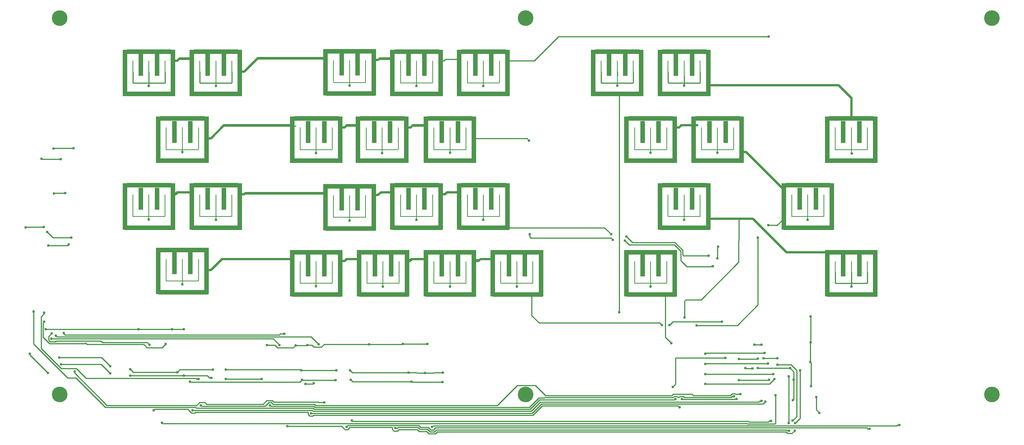
<source format=gbr>
G04 #@! TF.GenerationSoftware,KiCad,Pcbnew,5.1.5+dfsg1-2build2*
G04 #@! TF.CreationDate,2024-05-23T04:39:51+01:00*
G04 #@! TF.ProjectId,qt_touch1,71745f74-6f75-4636-9831-2e6b69636164,rev?*
G04 #@! TF.SameCoordinates,Original*
G04 #@! TF.FileFunction,Copper,L1,Top*
G04 #@! TF.FilePolarity,Positive*
%FSLAX46Y46*%
G04 Gerber Fmt 4.6, Leading zero omitted, Abs format (unit mm)*
G04 Created by KiCad (PCBNEW 5.1.5+dfsg1-2build2) date 2024-05-23 04:39:51*
%MOMM*%
%LPD*%
G04 APERTURE LIST*
%ADD10R,5.000000X1.000000*%
%ADD11R,1.000000X5.000000*%
%ADD12R,5.000000X0.250000*%
%ADD13R,0.250000X5.000000*%
%ADD14C,3.500000*%
%ADD15C,0.600000*%
%ADD16C,0.250000*%
%ADD17C,0.500000*%
G04 APERTURE END LIST*
D10*
X141600000Y-112700000D03*
X144700000Y-112700000D03*
X138500000Y-112700000D03*
D11*
X146800000Y-110700000D03*
X136000000Y-110700000D03*
X136000000Y-105200000D03*
X146800000Y-105200000D03*
X136000000Y-107700000D03*
X139600000Y-106200000D03*
X143200000Y-106200000D03*
X146800000Y-107700000D03*
D12*
X140200000Y-110200000D03*
X142600000Y-110200000D03*
D13*
X141400000Y-108600000D03*
X137800000Y-107700000D03*
X145000000Y-107700000D03*
D10*
X138900000Y-103200000D03*
X144000000Y-103200000D03*
X141400000Y-103200000D03*
D13*
X141400000Y-107700000D03*
D10*
X134100000Y-97700000D03*
X137200000Y-97700000D03*
X131000000Y-97700000D03*
D11*
X139300000Y-95700000D03*
X128500000Y-95700000D03*
X128500000Y-90200000D03*
X139300000Y-90200000D03*
X128500000Y-92700000D03*
X132100000Y-91200000D03*
X135700000Y-91200000D03*
X139300000Y-92700000D03*
D12*
X132700000Y-95200000D03*
X135100000Y-95200000D03*
D13*
X133900000Y-93600000D03*
X130300000Y-92700000D03*
X137500000Y-92700000D03*
D10*
X131400000Y-88200000D03*
X136500000Y-88200000D03*
X133900000Y-88200000D03*
D13*
X133900000Y-92700000D03*
D10*
X134100000Y-67700000D03*
X137200000Y-67700000D03*
X131000000Y-67700000D03*
D11*
X139300000Y-65700000D03*
X128500000Y-65700000D03*
X128500000Y-60200000D03*
X139300000Y-60200000D03*
X128500000Y-62700000D03*
X132100000Y-61200000D03*
X135700000Y-61200000D03*
X139300000Y-62700000D03*
D12*
X132700000Y-65200000D03*
X135100000Y-65200000D03*
D13*
X133900000Y-63600000D03*
X130300000Y-62700000D03*
X137500000Y-62700000D03*
D10*
X131400000Y-58200000D03*
X136500000Y-58200000D03*
X133900000Y-58200000D03*
D13*
X133900000Y-62700000D03*
D10*
X126600000Y-112700000D03*
X129700000Y-112700000D03*
X123500000Y-112700000D03*
D11*
X131800000Y-110700000D03*
X121000000Y-110700000D03*
X121000000Y-105200000D03*
X131800000Y-105200000D03*
X121000000Y-107700000D03*
X124600000Y-106200000D03*
X128200000Y-106200000D03*
X131800000Y-107700000D03*
D12*
X125200000Y-110200000D03*
X127600000Y-110200000D03*
D13*
X126400000Y-108600000D03*
X122800000Y-107700000D03*
X130000000Y-107700000D03*
D10*
X123900000Y-103200000D03*
X129000000Y-103200000D03*
X126400000Y-103200000D03*
D13*
X126400000Y-107700000D03*
D10*
X126600000Y-82700000D03*
X129700000Y-82700000D03*
X123500000Y-82700000D03*
D11*
X131800000Y-80700000D03*
X121000000Y-80700000D03*
X121000000Y-75200000D03*
X131800000Y-75200000D03*
X121000000Y-77700000D03*
X124600000Y-76200000D03*
X128200000Y-76200000D03*
X131800000Y-77700000D03*
D12*
X125200000Y-80200000D03*
X127600000Y-80200000D03*
D13*
X126400000Y-78600000D03*
X122800000Y-77700000D03*
X130000000Y-77700000D03*
D10*
X123900000Y-73200000D03*
X129000000Y-73200000D03*
X126400000Y-73200000D03*
D13*
X126400000Y-77700000D03*
D10*
X119100000Y-97700000D03*
X122200000Y-97700000D03*
X116000000Y-97700000D03*
D11*
X124300000Y-95700000D03*
X113500000Y-95700000D03*
X113500000Y-90200000D03*
X124300000Y-90200000D03*
X113500000Y-92700000D03*
X117100000Y-91200000D03*
X120700000Y-91200000D03*
X124300000Y-92700000D03*
D12*
X117700000Y-95200000D03*
X120100000Y-95200000D03*
D13*
X118900000Y-93600000D03*
X115300000Y-92700000D03*
X122500000Y-92700000D03*
D10*
X116400000Y-88200000D03*
X121500000Y-88200000D03*
X118900000Y-88200000D03*
D13*
X118900000Y-92700000D03*
D10*
X119100000Y-67700000D03*
X122200000Y-67700000D03*
X116000000Y-67700000D03*
D11*
X124300000Y-65700000D03*
X113500000Y-65700000D03*
X113500000Y-60200000D03*
X124300000Y-60200000D03*
X113500000Y-62700000D03*
X117100000Y-61200000D03*
X120700000Y-61200000D03*
X124300000Y-62700000D03*
D12*
X117700000Y-65200000D03*
X120100000Y-65200000D03*
D13*
X118900000Y-63600000D03*
X115300000Y-62700000D03*
X122500000Y-62700000D03*
D10*
X116400000Y-58200000D03*
X121500000Y-58200000D03*
X118900000Y-58200000D03*
D13*
X118900000Y-62700000D03*
D10*
X111600000Y-112700000D03*
X114700000Y-112700000D03*
X108500000Y-112700000D03*
D11*
X116800000Y-110700000D03*
X106000000Y-110700000D03*
X106000000Y-105200000D03*
X116800000Y-105200000D03*
X106000000Y-107700000D03*
X109600000Y-106200000D03*
X113200000Y-106200000D03*
X116800000Y-107700000D03*
D12*
X110200000Y-110200000D03*
X112600000Y-110200000D03*
D13*
X111400000Y-108600000D03*
X107800000Y-107700000D03*
X115000000Y-107700000D03*
D10*
X108900000Y-103200000D03*
X114000000Y-103200000D03*
X111400000Y-103200000D03*
D13*
X111400000Y-107700000D03*
D10*
X206850000Y-97700000D03*
X209950000Y-97700000D03*
X203750000Y-97700000D03*
D11*
X212050000Y-95700000D03*
X201250000Y-95700000D03*
X201250000Y-90200000D03*
X212050000Y-90200000D03*
X201250000Y-92700000D03*
X204850000Y-91200000D03*
X208450000Y-91200000D03*
X212050000Y-92700000D03*
D12*
X205450000Y-95200000D03*
X207850000Y-95200000D03*
D13*
X206650000Y-93600000D03*
X203050000Y-92700000D03*
X210250000Y-92700000D03*
D10*
X204150000Y-88200000D03*
X209250000Y-88200000D03*
X206650000Y-88200000D03*
D13*
X206650000Y-92700000D03*
D10*
X111400000Y-82700000D03*
X114500000Y-82700000D03*
X108300000Y-82700000D03*
D11*
X116600000Y-80700000D03*
X105800000Y-80700000D03*
X105800000Y-75200000D03*
X116600000Y-75200000D03*
X105800000Y-77700000D03*
X109400000Y-76200000D03*
X113000000Y-76200000D03*
X116600000Y-77700000D03*
D12*
X110000000Y-80200000D03*
X112400000Y-80200000D03*
D13*
X111200000Y-78600000D03*
X107600000Y-77700000D03*
X114800000Y-77700000D03*
D10*
X108700000Y-73200000D03*
X113800000Y-73200000D03*
X111200000Y-73200000D03*
D13*
X111200000Y-77700000D03*
D10*
X104100000Y-97900000D03*
X107200000Y-97900000D03*
X101000000Y-97900000D03*
D11*
X109300000Y-95900000D03*
X98500000Y-95900000D03*
X98500000Y-90400000D03*
X109300000Y-90400000D03*
X98500000Y-92900000D03*
X102100000Y-91400000D03*
X105700000Y-91400000D03*
X109300000Y-92900000D03*
D12*
X102700000Y-95400000D03*
X105100000Y-95400000D03*
D13*
X103900000Y-93800000D03*
X100300000Y-92900000D03*
X107500000Y-92900000D03*
D10*
X101400000Y-88400000D03*
X106500000Y-88400000D03*
X103900000Y-88400000D03*
D13*
X103900000Y-92900000D03*
D10*
X216600000Y-82700000D03*
X219700000Y-82700000D03*
X213500000Y-82700000D03*
D11*
X221800000Y-80700000D03*
X211000000Y-80700000D03*
X211000000Y-75200000D03*
X221800000Y-75200000D03*
X211000000Y-77700000D03*
X214600000Y-76200000D03*
X218200000Y-76200000D03*
X221800000Y-77700000D03*
D12*
X215200000Y-80200000D03*
X217600000Y-80200000D03*
D13*
X216400000Y-78600000D03*
X212800000Y-77700000D03*
X220000000Y-77700000D03*
D10*
X213900000Y-73200000D03*
X219000000Y-73200000D03*
X216400000Y-73200000D03*
D13*
X216400000Y-77700000D03*
D10*
X104100000Y-67600000D03*
X107200000Y-67600000D03*
X101000000Y-67600000D03*
D11*
X109300000Y-65600000D03*
X98500000Y-65600000D03*
X98500000Y-60100000D03*
X109300000Y-60100000D03*
X98500000Y-62600000D03*
X102100000Y-61100000D03*
X105700000Y-61100000D03*
X109300000Y-62600000D03*
D12*
X102700000Y-65100000D03*
X105100000Y-65100000D03*
D13*
X103900000Y-63500000D03*
X100300000Y-62600000D03*
X107500000Y-62600000D03*
D10*
X101400000Y-58100000D03*
X106500000Y-58100000D03*
X103900000Y-58100000D03*
D13*
X103900000Y-62600000D03*
D10*
X216600000Y-112700000D03*
X219700000Y-112700000D03*
X213500000Y-112700000D03*
D11*
X221800000Y-110700000D03*
X211000000Y-110700000D03*
X211000000Y-105200000D03*
X221800000Y-105200000D03*
X211000000Y-107700000D03*
X214600000Y-106200000D03*
X218200000Y-106200000D03*
X221800000Y-107700000D03*
D12*
X215200000Y-110200000D03*
X217600000Y-110200000D03*
D13*
X216400000Y-108600000D03*
X212800000Y-107700000D03*
X220000000Y-107700000D03*
D10*
X213900000Y-103200000D03*
X219000000Y-103200000D03*
X216400000Y-103200000D03*
D13*
X216400000Y-107700000D03*
D10*
X96600000Y-82700000D03*
X99700000Y-82700000D03*
X93500000Y-82700000D03*
D11*
X101800000Y-80700000D03*
X91000000Y-80700000D03*
X91000000Y-75200000D03*
X101800000Y-75200000D03*
X91000000Y-77700000D03*
X94600000Y-76200000D03*
X98200000Y-76200000D03*
X101800000Y-77700000D03*
D12*
X95200000Y-80200000D03*
X97600000Y-80200000D03*
D13*
X96400000Y-78600000D03*
X92800000Y-77700000D03*
X100000000Y-77700000D03*
D10*
X93900000Y-73200000D03*
X99000000Y-73200000D03*
X96400000Y-73200000D03*
D13*
X96400000Y-77700000D03*
D10*
X96600000Y-112700000D03*
X99700000Y-112700000D03*
X93500000Y-112700000D03*
D11*
X101800000Y-110700000D03*
X91000000Y-110700000D03*
X91000000Y-105200000D03*
X101800000Y-105200000D03*
X91000000Y-107700000D03*
X94600000Y-106200000D03*
X98200000Y-106200000D03*
X101800000Y-107700000D03*
D12*
X95200000Y-110200000D03*
X97600000Y-110200000D03*
D13*
X96400000Y-108600000D03*
X92800000Y-107700000D03*
X100000000Y-107700000D03*
D10*
X93900000Y-103200000D03*
X99000000Y-103200000D03*
X96400000Y-103200000D03*
D13*
X96400000Y-107700000D03*
D10*
X186600000Y-82700000D03*
X189700000Y-82700000D03*
X183500000Y-82700000D03*
D11*
X191800000Y-80700000D03*
X181000000Y-80700000D03*
X181000000Y-75200000D03*
X191800000Y-75200000D03*
X181000000Y-77700000D03*
X184600000Y-76200000D03*
X188200000Y-76200000D03*
X191800000Y-77700000D03*
D12*
X185200000Y-80200000D03*
X187600000Y-80200000D03*
D13*
X186400000Y-78600000D03*
X182800000Y-77700000D03*
X190000000Y-77700000D03*
D10*
X183900000Y-73200000D03*
X189000000Y-73200000D03*
X186400000Y-73200000D03*
D13*
X186400000Y-77700000D03*
D10*
X74100000Y-97700000D03*
X77200000Y-97700000D03*
X71000000Y-97700000D03*
D11*
X79300000Y-95700000D03*
X68500000Y-95700000D03*
X68500000Y-90200000D03*
X79300000Y-90200000D03*
X68500000Y-92700000D03*
X72100000Y-91200000D03*
X75700000Y-91200000D03*
X79300000Y-92700000D03*
D12*
X72700000Y-95200000D03*
X75100000Y-95200000D03*
D13*
X73900000Y-93600000D03*
X70300000Y-92700000D03*
X77500000Y-92700000D03*
D10*
X71400000Y-88200000D03*
X76500000Y-88200000D03*
X73900000Y-88200000D03*
D13*
X73900000Y-92700000D03*
D10*
X74100000Y-67700000D03*
X77200000Y-67700000D03*
X71000000Y-67700000D03*
D11*
X79300000Y-65700000D03*
X68500000Y-65700000D03*
X68500000Y-60200000D03*
X79300000Y-60200000D03*
X68500000Y-62700000D03*
X72100000Y-61200000D03*
X75700000Y-61200000D03*
X79300000Y-62700000D03*
D12*
X72700000Y-65200000D03*
X75100000Y-65200000D03*
D13*
X73900000Y-63600000D03*
X70300000Y-62700000D03*
X77500000Y-62700000D03*
D10*
X71400000Y-58200000D03*
X76500000Y-58200000D03*
X73900000Y-58200000D03*
D13*
X73900000Y-62700000D03*
D10*
X179100000Y-97700000D03*
X182200000Y-97700000D03*
X176000000Y-97700000D03*
D11*
X184300000Y-95700000D03*
X173500000Y-95700000D03*
X173500000Y-90200000D03*
X184300000Y-90200000D03*
X173500000Y-92700000D03*
X177100000Y-91200000D03*
X180700000Y-91200000D03*
X184300000Y-92700000D03*
D12*
X177700000Y-95200000D03*
X180100000Y-95200000D03*
D13*
X178900000Y-93600000D03*
X175300000Y-92700000D03*
X182500000Y-92700000D03*
D10*
X176400000Y-88200000D03*
X181500000Y-88200000D03*
X178900000Y-88200000D03*
D13*
X178900000Y-92700000D03*
D10*
X179100000Y-67700000D03*
X182200000Y-67700000D03*
X176000000Y-67700000D03*
D11*
X184300000Y-65700000D03*
X173500000Y-65700000D03*
X173500000Y-60200000D03*
X184300000Y-60200000D03*
X173500000Y-62700000D03*
X177100000Y-61200000D03*
X180700000Y-61200000D03*
X184300000Y-62700000D03*
D12*
X177700000Y-65200000D03*
X180100000Y-65200000D03*
D13*
X178900000Y-63600000D03*
X175300000Y-62700000D03*
X182500000Y-62700000D03*
D10*
X176400000Y-58200000D03*
X181500000Y-58200000D03*
X178900000Y-58200000D03*
D13*
X178900000Y-62700000D03*
D10*
X66600000Y-112200000D03*
X69700000Y-112200000D03*
X63500000Y-112200000D03*
D11*
X71800000Y-110200000D03*
X61000000Y-110200000D03*
X61000000Y-104700000D03*
X71800000Y-104700000D03*
X61000000Y-107200000D03*
X64600000Y-105700000D03*
X68200000Y-105700000D03*
X71800000Y-107200000D03*
D12*
X65200000Y-109700000D03*
X67600000Y-109700000D03*
D13*
X66400000Y-108100000D03*
X62800000Y-107200000D03*
X70000000Y-107200000D03*
D10*
X63900000Y-102700000D03*
X69000000Y-102700000D03*
X66400000Y-102700000D03*
D13*
X66400000Y-107200000D03*
D10*
X66600000Y-82700000D03*
X69700000Y-82700000D03*
X63500000Y-82700000D03*
D11*
X71800000Y-80700000D03*
X61000000Y-80700000D03*
X61000000Y-75200000D03*
X71800000Y-75200000D03*
X61000000Y-77700000D03*
X64600000Y-76200000D03*
X68200000Y-76200000D03*
X71800000Y-77700000D03*
D12*
X65200000Y-80200000D03*
X67600000Y-80200000D03*
D13*
X66400000Y-78600000D03*
X62800000Y-77700000D03*
X70000000Y-77700000D03*
D10*
X63900000Y-73200000D03*
X69000000Y-73200000D03*
X66400000Y-73200000D03*
D13*
X66400000Y-77700000D03*
D10*
X171600000Y-112700000D03*
X174700000Y-112700000D03*
X168500000Y-112700000D03*
D11*
X176800000Y-110700000D03*
X166000000Y-110700000D03*
X166000000Y-105200000D03*
X176800000Y-105200000D03*
X166000000Y-107700000D03*
X169600000Y-106200000D03*
X173200000Y-106200000D03*
X176800000Y-107700000D03*
D12*
X170200000Y-110200000D03*
X172600000Y-110200000D03*
D13*
X171400000Y-108600000D03*
X167800000Y-107700000D03*
X175000000Y-107700000D03*
D10*
X168900000Y-103200000D03*
X174000000Y-103200000D03*
X171400000Y-103200000D03*
D13*
X171400000Y-107700000D03*
D10*
X171600000Y-82700000D03*
X174700000Y-82700000D03*
X168500000Y-82700000D03*
D11*
X176800000Y-80700000D03*
X166000000Y-80700000D03*
X166000000Y-75200000D03*
X176800000Y-75200000D03*
X166000000Y-77700000D03*
X169600000Y-76200000D03*
X173200000Y-76200000D03*
X176800000Y-77700000D03*
D12*
X170200000Y-80200000D03*
X172600000Y-80200000D03*
D13*
X171400000Y-78600000D03*
X167800000Y-77700000D03*
X175000000Y-77700000D03*
D10*
X168900000Y-73200000D03*
X174000000Y-73200000D03*
X171400000Y-73200000D03*
D13*
X171400000Y-77700000D03*
D10*
X59100000Y-97700000D03*
X62200000Y-97700000D03*
X56000000Y-97700000D03*
D11*
X64300000Y-95700000D03*
X53500000Y-95700000D03*
X53500000Y-90200000D03*
X64300000Y-90200000D03*
X53500000Y-92700000D03*
X57100000Y-91200000D03*
X60700000Y-91200000D03*
X64300000Y-92700000D03*
D12*
X57700000Y-95200000D03*
X60100000Y-95200000D03*
D13*
X58900000Y-93600000D03*
X55300000Y-92700000D03*
X62500000Y-92700000D03*
D10*
X56400000Y-88200000D03*
X61500000Y-88200000D03*
X58900000Y-88200000D03*
D13*
X58900000Y-92700000D03*
D10*
X59100000Y-67700000D03*
X62200000Y-67700000D03*
X56000000Y-67700000D03*
D11*
X64300000Y-65700000D03*
X53500000Y-65700000D03*
X53500000Y-60200000D03*
X64300000Y-60200000D03*
X53500000Y-62700000D03*
X57100000Y-61200000D03*
X60700000Y-61200000D03*
X64300000Y-62700000D03*
D12*
X57700000Y-65200000D03*
X60100000Y-65200000D03*
D13*
X58900000Y-63600000D03*
X55300000Y-62700000D03*
X62500000Y-62700000D03*
D10*
X56400000Y-58200000D03*
X61500000Y-58200000D03*
X58900000Y-58200000D03*
D13*
X58900000Y-62700000D03*
D10*
X164100000Y-67700000D03*
X167200000Y-67700000D03*
X161000000Y-67700000D03*
D11*
X169300000Y-65700000D03*
X158500000Y-65700000D03*
X158500000Y-60200000D03*
X169300000Y-60200000D03*
X158500000Y-62700000D03*
X162100000Y-61200000D03*
X165700000Y-61200000D03*
X169300000Y-62700000D03*
D12*
X162700000Y-65200000D03*
X165100000Y-65200000D03*
D13*
X163900000Y-63600000D03*
X160300000Y-62700000D03*
X167500000Y-62700000D03*
D10*
X161400000Y-58200000D03*
X166500000Y-58200000D03*
X163900000Y-58200000D03*
D13*
X163900000Y-62700000D03*
D14*
X247900000Y-135200000D03*
X247900000Y-50700000D03*
X143400000Y-50700000D03*
X143400000Y-135200000D03*
X38900000Y-50700000D03*
X38900000Y-135200000D03*
D15*
X195425000Y-129275000D03*
X191200000Y-127200000D03*
X202675000Y-129225000D03*
X195425000Y-127125000D03*
X194275000Y-129350000D03*
X192600000Y-129275000D03*
X203500000Y-131900000D03*
X203325000Y-136425000D03*
X104025000Y-129700000D03*
X104200000Y-131875000D03*
X117787500Y-132287500D03*
X207350000Y-133325000D03*
X207175000Y-127850000D03*
X207275000Y-123475000D03*
X207325000Y-117675000D03*
X191200000Y-131950000D03*
X197950000Y-131825000D03*
X196975000Y-125875000D03*
X183662500Y-126000000D03*
X197725000Y-128200000D03*
X183662500Y-128300000D03*
X198925000Y-130550000D03*
X183662500Y-130600000D03*
X199175000Y-131675000D03*
X183662500Y-132800000D03*
X227150000Y-142025000D03*
X122400000Y-142475000D03*
X117087500Y-130212500D03*
X124800000Y-130225000D03*
X100925000Y-129775000D03*
X93075000Y-129725000D03*
X76125000Y-129575000D03*
X65325000Y-130125000D03*
X73225000Y-129600000D03*
X54700000Y-129450000D03*
X50200000Y-128800000D03*
X38825000Y-126900000D03*
X41500000Y-99975000D03*
X36075000Y-98700000D03*
X120825000Y-130300000D03*
X124750000Y-132350000D03*
X100775000Y-131975000D03*
X93200000Y-131825000D03*
X68075000Y-132275000D03*
X56600000Y-120525000D03*
X35791942Y-120508058D03*
X35300000Y-97575000D03*
X31275000Y-97650000D03*
X64150000Y-120525000D03*
X66775000Y-120525000D03*
X121325000Y-123850000D03*
X115825000Y-123850000D03*
X108325000Y-123925000D03*
X76150000Y-131700000D03*
X84200000Y-131650000D03*
X93975000Y-132800000D03*
X95825000Y-132650000D03*
X94425000Y-124050000D03*
X91775000Y-124150000D03*
X85325000Y-124050000D03*
X54700000Y-130925000D03*
X66725000Y-130925000D03*
X72950000Y-131475000D03*
X50200000Y-130425000D03*
X39210147Y-128414853D03*
X36275000Y-130350000D03*
X32200000Y-126050000D03*
X204900000Y-129725000D03*
X203800000Y-141575000D03*
X203700000Y-143275010D03*
X89925000Y-142275001D03*
X220500000Y-142825000D03*
X103200000Y-142425000D03*
X190074336Y-135600400D03*
X86050000Y-137599990D03*
X190675000Y-136199991D03*
X178375000Y-136199991D03*
X177900000Y-138050000D03*
X59925000Y-138674999D03*
X196317213Y-136637366D03*
X68700000Y-138675000D03*
X197108058Y-136758058D03*
X95275000Y-139400000D03*
X199400000Y-135350000D03*
X61850000Y-141475000D03*
X96950000Y-123900000D03*
X38050000Y-121950000D03*
X39150000Y-82325000D03*
X34850000Y-82250000D03*
X59025000Y-124025000D03*
X37075000Y-121425000D03*
X89250000Y-121550000D03*
X39825000Y-121400000D03*
X40175000Y-89925000D03*
X37650000Y-90000000D03*
X88175000Y-124050000D03*
X37050000Y-122650000D03*
X186400000Y-104625000D03*
X186575000Y-102000000D03*
X197850000Y-54800000D03*
X164325000Y-116675000D03*
X185350000Y-106400000D03*
X165650000Y-100625000D03*
X162950000Y-100450000D03*
X144300000Y-99200000D03*
X144150000Y-78175000D03*
X184450000Y-104025000D03*
X165950000Y-99725000D03*
X162600000Y-99200000D03*
X178975000Y-117875000D03*
X187400000Y-118850000D03*
X175650000Y-119550000D03*
X173950000Y-119600000D03*
X176025000Y-123650000D03*
X66400000Y-110450000D03*
X73900000Y-95925000D03*
X58900000Y-95900000D03*
X66400000Y-80750000D03*
X58900000Y-65900000D03*
X73900000Y-65925000D03*
X178900000Y-65850000D03*
X163900000Y-65850000D03*
X96400000Y-110900000D03*
X111375000Y-110925000D03*
X103900000Y-96125000D03*
X118900000Y-95925000D03*
X96400000Y-80950000D03*
X111200000Y-80950000D03*
X103900000Y-65850000D03*
X118900000Y-65900000D03*
X141400000Y-110950000D03*
X126400000Y-110950000D03*
X133900000Y-95950000D03*
X126400000Y-80900000D03*
X133900000Y-65925000D03*
X171400000Y-80875000D03*
X178900000Y-95950000D03*
X171400000Y-110950000D03*
X186400000Y-80925000D03*
X216400000Y-110975000D03*
X216475000Y-81025000D03*
X206650000Y-95975000D03*
X62650000Y-123850000D03*
X35375000Y-118825000D03*
X195475000Y-99925000D03*
X197825000Y-97175000D03*
X181725000Y-119625000D03*
X188164898Y-126935102D03*
X194650000Y-123975000D03*
X196250000Y-124025000D03*
X196725000Y-127050000D03*
X199850000Y-127050000D03*
X33050000Y-116575000D03*
X176350000Y-133425000D03*
X176964898Y-136185102D03*
X208525000Y-135725000D03*
X209275000Y-139300000D03*
X70025000Y-131700001D03*
X35450000Y-116825000D03*
X36375000Y-101725000D03*
X40875000Y-101475000D03*
X98250000Y-136900000D03*
X42275000Y-129975000D03*
X42050000Y-79850000D03*
X37525000Y-79925000D03*
X202400000Y-131100000D03*
X202400000Y-141575000D03*
X202450000Y-143275010D03*
X114150000Y-142725011D03*
X199850000Y-128475000D03*
X203209210Y-141035583D03*
X198400000Y-141124990D03*
X104425000Y-141025001D03*
X191550000Y-135100000D03*
X70525000Y-137599990D03*
D16*
X195475000Y-129225000D02*
X195425000Y-129275000D01*
X202675000Y-129225000D02*
X195475000Y-129225000D01*
X195350000Y-127200000D02*
X195425000Y-127125000D01*
X191200000Y-127200000D02*
X195350000Y-127200000D01*
X192675000Y-129350000D02*
X192600000Y-129275000D01*
X194275000Y-129350000D02*
X192675000Y-129350000D01*
X203500000Y-130050000D02*
X203500000Y-131900000D01*
X202675000Y-129225000D02*
X203500000Y-130050000D01*
X203500000Y-136250000D02*
X203325000Y-136425000D01*
X203500000Y-131900000D02*
X203500000Y-136250000D01*
X104537500Y-130212500D02*
X117087500Y-130212500D01*
X104025000Y-129700000D02*
X104537500Y-130212500D01*
X104612500Y-132287500D02*
X117787500Y-132287500D01*
X104200000Y-131875000D02*
X104612500Y-132287500D01*
X207350000Y-128025000D02*
X207175000Y-127850000D01*
X207350000Y-133325000D02*
X207350000Y-128025000D01*
X207175000Y-123575000D02*
X207275000Y-123475000D01*
X207175000Y-127850000D02*
X207175000Y-123575000D01*
X207325000Y-123425000D02*
X207275000Y-123475000D01*
X207325000Y-117675000D02*
X207325000Y-123425000D01*
X197825000Y-131950000D02*
X197950000Y-131825000D01*
X191200000Y-131950000D02*
X197825000Y-131950000D01*
X183787500Y-125875000D02*
X183662500Y-126000000D01*
X196975000Y-125875000D02*
X183787500Y-125875000D01*
X183762500Y-128200000D02*
X183662500Y-128300000D01*
X197725000Y-128200000D02*
X183762500Y-128200000D01*
X183712500Y-130550000D02*
X183662500Y-130600000D01*
X198925000Y-130550000D02*
X183712500Y-130550000D01*
X198050000Y-132800000D02*
X183662500Y-132800000D01*
X199175000Y-131675000D02*
X198050000Y-132800000D01*
X226725736Y-142025000D02*
X226550736Y-142200000D01*
X227150000Y-142025000D02*
X226725736Y-142025000D01*
X122675000Y-142200000D02*
X122400000Y-142475000D01*
X226550736Y-142200000D02*
X122675000Y-142200000D01*
X124787500Y-130212500D02*
X124800000Y-130225000D01*
X93125000Y-129775000D02*
X93075000Y-129725000D01*
X100925000Y-129775000D02*
X93125000Y-129775000D01*
X92925000Y-129575000D02*
X93075000Y-129725000D01*
X76125000Y-129575000D02*
X92925000Y-129575000D01*
X65850000Y-129600000D02*
X73225000Y-129600000D01*
X65325000Y-130125000D02*
X65850000Y-129600000D01*
X55375000Y-130125000D02*
X65325000Y-130125000D01*
X54700000Y-129450000D02*
X55375000Y-130125000D01*
X48300000Y-126900000D02*
X38825000Y-126900000D01*
X50200000Y-128800000D02*
X48300000Y-126900000D01*
X37350000Y-99975000D02*
X36075000Y-98700000D01*
X41500000Y-99975000D02*
X37350000Y-99975000D01*
X120825000Y-130300000D02*
X124787500Y-130212500D01*
X117087500Y-130212500D02*
X120825000Y-130300000D01*
X117850000Y-132350000D02*
X117787500Y-132287500D01*
X124750000Y-132350000D02*
X117850000Y-132350000D01*
X93350000Y-131975000D02*
X93200000Y-131825000D01*
X100775000Y-131975000D02*
X93350000Y-131975000D01*
X68125001Y-132325001D02*
X68075000Y-132275000D01*
X92699999Y-132325001D02*
X68125001Y-132325001D01*
X93200000Y-131825000D02*
X92699999Y-132325001D01*
X56600000Y-120525000D02*
X40425000Y-120525000D01*
X40408058Y-120508058D02*
X35791942Y-120508058D01*
X40425000Y-120525000D02*
X40408058Y-120508058D01*
X31350000Y-97575000D02*
X31275000Y-97650000D01*
X35300000Y-97575000D02*
X31350000Y-97575000D01*
X56600000Y-120525000D02*
X64150000Y-120525000D01*
X66775000Y-120525000D02*
X64150000Y-120525000D01*
X121325000Y-123850000D02*
X115825000Y-123850000D01*
X115750000Y-123925000D02*
X115825000Y-123850000D01*
X108325000Y-123925000D02*
X115750000Y-123925000D01*
X84150000Y-131700000D02*
X84200000Y-131650000D01*
X76150000Y-131700000D02*
X84150000Y-131700000D01*
X95675000Y-132800000D02*
X95825000Y-132650000D01*
X93975000Y-132800000D02*
X95675000Y-132800000D01*
X108325000Y-123925000D02*
X98200000Y-123925000D01*
X97599999Y-124525001D02*
X95875001Y-124525001D01*
X98200000Y-123925000D02*
X97599999Y-124525001D01*
X95400000Y-124050000D02*
X94425000Y-124050000D01*
X95875001Y-124525001D02*
X95400000Y-124050000D01*
X94325000Y-124150000D02*
X94425000Y-124050000D01*
X91775000Y-124150000D02*
X94325000Y-124150000D01*
X91249999Y-124675001D02*
X87775001Y-124675001D01*
X91775000Y-124150000D02*
X91249999Y-124675001D01*
X87150000Y-124050000D02*
X85325000Y-124050000D01*
X87775001Y-124675001D02*
X87150000Y-124050000D01*
X54700000Y-130925000D02*
X66725000Y-130925000D01*
X67149264Y-130925000D02*
X66725000Y-130925000D01*
X72525736Y-131475000D02*
X71975736Y-130925000D01*
X71975736Y-130925000D02*
X67149264Y-130925000D01*
X72950000Y-131475000D02*
X72525736Y-131475000D01*
X48189853Y-128414853D02*
X39210147Y-128414853D01*
X50200000Y-130425000D02*
X48189853Y-128414853D01*
X32200000Y-126275000D02*
X32200000Y-126050000D01*
X36275000Y-130350000D02*
X32200000Y-126275000D01*
X181500000Y-58200000D02*
X178900000Y-58200000D01*
X176400000Y-58200000D02*
X181500000Y-58200000D01*
X176850000Y-58200000D02*
X176400000Y-58200000D01*
X177100000Y-58450000D02*
X176850000Y-58200000D01*
X177100000Y-61200000D02*
X177100000Y-58450000D01*
X180950000Y-58200000D02*
X181500000Y-58200000D01*
X180700000Y-58450000D02*
X180950000Y-58200000D01*
X180700000Y-61200000D02*
X180700000Y-58450000D01*
X184250000Y-58200000D02*
X181500000Y-58200000D01*
X184300000Y-58250000D02*
X184250000Y-58200000D01*
X184300000Y-60200000D02*
X184300000Y-58250000D01*
X173500000Y-58350000D02*
X173500000Y-59874999D01*
X173650000Y-58200000D02*
X173500000Y-58350000D01*
X176400000Y-58200000D02*
X173650000Y-58200000D01*
X173500000Y-65700000D02*
X173500000Y-67850000D01*
X173650000Y-67700000D02*
X176000000Y-67700000D01*
X173500000Y-67850000D02*
X173650000Y-67700000D01*
X176000000Y-67700000D02*
X182200000Y-67700000D01*
X182200000Y-67700000D02*
X183275000Y-67700000D01*
X184300000Y-65700000D02*
X184300000Y-67150000D01*
X183750000Y-67700000D02*
X182200000Y-67700000D01*
X184300000Y-67150000D02*
X183750000Y-67700000D01*
D17*
X213575000Y-65700000D02*
X216450000Y-68575000D01*
X184300000Y-65700000D02*
X213575000Y-65700000D01*
D16*
X216450000Y-68575000D02*
X216400000Y-68500000D01*
D17*
X216400000Y-73200000D02*
X213900000Y-73200000D01*
X216400000Y-68500000D02*
X216400000Y-73200000D01*
D16*
X204900000Y-129725000D02*
X204900000Y-136525000D01*
X204900000Y-140475000D02*
X203800000Y-141575000D01*
X204900000Y-136525000D02*
X204900000Y-140475000D01*
X203074999Y-143900011D02*
X202149999Y-143900011D01*
X203700000Y-143275010D02*
X203074999Y-143900011D01*
X201839335Y-143725019D02*
X201664346Y-143550030D01*
X201975008Y-143725020D02*
X201839335Y-143725019D01*
X202149999Y-143900011D02*
X201975008Y-143725020D01*
X201664346Y-143550030D02*
X170499970Y-143550030D01*
X123097818Y-144000020D02*
X121727197Y-144000019D01*
X123547810Y-143550030D02*
X123097818Y-144000020D01*
X170499970Y-143550030D02*
X123547810Y-143550030D01*
X121727197Y-144000019D02*
X121152199Y-143425021D01*
X121152199Y-143425021D02*
X119477200Y-143425020D01*
X119477200Y-143425020D02*
X119052211Y-143000031D01*
X119052211Y-143000031D02*
X114911379Y-143000031D01*
X113849999Y-143350012D02*
X113450000Y-142950013D01*
X114561398Y-143350012D02*
X113849999Y-143350012D01*
X114911379Y-143000031D02*
X114561398Y-143350012D01*
X113450000Y-142650000D02*
X113350021Y-142550021D01*
X113450000Y-142950013D02*
X113450000Y-142650000D01*
X113350021Y-142550021D02*
X103825001Y-142550021D01*
X102899999Y-143050001D02*
X102425000Y-142575002D01*
X103500001Y-143050001D02*
X102899999Y-143050001D01*
X103825001Y-142725001D02*
X103500001Y-143050001D01*
X103825001Y-142550021D02*
X103825001Y-142725001D01*
X102124999Y-142275001D02*
X89925000Y-142275001D01*
X102425000Y-142575002D02*
X102124999Y-142275001D01*
X220075736Y-142825000D02*
X219900746Y-142650010D01*
X220500000Y-142825000D02*
X220075736Y-142825000D01*
X219900746Y-142650010D02*
X210774990Y-142650010D01*
X210774990Y-142650010D02*
X123175010Y-142650010D01*
X122099999Y-143100001D02*
X121525000Y-142525002D01*
X122725019Y-143100001D02*
X122099999Y-143100001D01*
X123175010Y-142650010D02*
X122725019Y-143100001D01*
X119850002Y-142525002D02*
X119425011Y-142100011D01*
X121525000Y-142525002D02*
X119850002Y-142525002D01*
X103524989Y-142100011D02*
X103200000Y-142425000D01*
X119425011Y-142100011D02*
X103524989Y-142100011D01*
X189650072Y-135600400D02*
X189425482Y-135824990D01*
X190074336Y-135600400D02*
X189650072Y-135600400D01*
X178675001Y-135574990D02*
X177950010Y-135574990D01*
X178925001Y-135824990D02*
X178675001Y-135574990D01*
X189425482Y-135824990D02*
X178925001Y-135824990D01*
X176689899Y-135560101D02*
X176375010Y-135874990D01*
X177264899Y-135560101D02*
X176689899Y-135560101D01*
X177479798Y-135775000D02*
X177264899Y-135560101D01*
X177750000Y-135775000D02*
X177479798Y-135775000D01*
X177950010Y-135574990D02*
X177750000Y-135775000D01*
X176375010Y-135874990D02*
X172550000Y-135874990D01*
X147588617Y-135924973D02*
X146327207Y-135924973D01*
X147638599Y-135874991D02*
X147588617Y-135924973D01*
X172550000Y-135874990D02*
X147638599Y-135874991D01*
X146327207Y-135924973D02*
X144227210Y-138024970D01*
X144227210Y-138024970D02*
X105425000Y-138024970D01*
X96097810Y-138024970D02*
X95847820Y-137774980D01*
X105425000Y-138024970D02*
X96097810Y-138024970D01*
X86224990Y-137774980D02*
X86050000Y-137599990D01*
X95847820Y-137774980D02*
X86224990Y-137774980D01*
X190250736Y-136199991D02*
X190175727Y-136275000D01*
X190675000Y-136199991D02*
X190250736Y-136199991D01*
X178450009Y-136275000D02*
X178375000Y-136199991D01*
X190175727Y-136275000D02*
X178450009Y-136275000D01*
X177900000Y-138050000D02*
X177575011Y-137725011D01*
X177575011Y-137725011D02*
X151775000Y-137725011D01*
X151775000Y-137725011D02*
X147086399Y-137725011D01*
X147086399Y-137725011D02*
X144986400Y-139825010D01*
X144986400Y-139825010D02*
X99900000Y-139825010D01*
X99900000Y-139825010D02*
X95775000Y-139825010D01*
X94974999Y-140025001D02*
X94625000Y-139675002D01*
X95575009Y-140025001D02*
X94974999Y-140025001D01*
X95775000Y-139825010D02*
X95575009Y-140025001D01*
X94625000Y-139175000D02*
X94575010Y-139125010D01*
X94625000Y-139675002D02*
X94625000Y-139175000D01*
X94575010Y-139125010D02*
X81725000Y-139125010D01*
X81725000Y-139125010D02*
X69350000Y-139125010D01*
X68399999Y-139300001D02*
X67850000Y-138750002D01*
X69175009Y-139300001D02*
X68399999Y-139300001D01*
X69350000Y-139125010D02*
X69175009Y-139300001D01*
X67850000Y-138650000D02*
X67700009Y-138500009D01*
X67850000Y-138750002D02*
X67850000Y-138650000D01*
X60099990Y-138500009D02*
X59925000Y-138674999D01*
X67700009Y-138500009D02*
X60099990Y-138500009D01*
X195892949Y-136637366D02*
X195705324Y-136824991D01*
X196317213Y-136637366D02*
X195892949Y-136637366D01*
X146700009Y-136824991D02*
X144600010Y-138924990D01*
X195705324Y-136824991D02*
X146700009Y-136824991D01*
X144600010Y-138924990D02*
X107649990Y-138924990D01*
X107649990Y-138924990D02*
X95725010Y-138924990D01*
X95475020Y-138675000D02*
X68700000Y-138675000D01*
X95725010Y-138924990D02*
X95475020Y-138675000D01*
X196591115Y-137275001D02*
X146899999Y-137275001D01*
X197108058Y-136758058D02*
X196591115Y-137275001D01*
X146899999Y-137275001D02*
X144800000Y-139375000D01*
X95300000Y-139375000D02*
X95275000Y-139400000D01*
X144800000Y-139375000D02*
X95300000Y-139375000D01*
X62025001Y-141650001D02*
X61850000Y-141475000D01*
X193099999Y-141650001D02*
X62025001Y-141650001D01*
X199400000Y-135350000D02*
X199400000Y-141600000D01*
X199400000Y-141600000D02*
X199250010Y-141749990D01*
X199250010Y-141749990D02*
X193025000Y-141749990D01*
X96950000Y-123900000D02*
X95249990Y-122199990D01*
X95249990Y-122199990D02*
X86961400Y-122199990D01*
X86961400Y-122199990D02*
X38299990Y-122199990D01*
X38299990Y-122199990D02*
X38050000Y-121950000D01*
X34925000Y-82325000D02*
X34850000Y-82250000D01*
X39150000Y-82325000D02*
X34925000Y-82325000D01*
X59025000Y-124025000D02*
X58450000Y-123450000D01*
X48425000Y-123450000D02*
X48075010Y-123100010D01*
X58450000Y-123450000D02*
X48425000Y-123450000D01*
X48075010Y-123100010D02*
X38075000Y-123100010D01*
X36424999Y-122075001D02*
X37075000Y-121425000D01*
X36424999Y-122950001D02*
X36424999Y-122075001D01*
X36749999Y-123275001D02*
X36424999Y-122950001D01*
X37900009Y-123275001D02*
X36749999Y-123275001D01*
X38075000Y-123100010D02*
X37900009Y-123275001D01*
X89250000Y-121550000D02*
X88324980Y-121550000D01*
X88324980Y-121550000D02*
X88125000Y-121749980D01*
X88125000Y-121749980D02*
X40049980Y-121749980D01*
X39825000Y-121525000D02*
X39825000Y-121400000D01*
X40049980Y-121749980D02*
X39825000Y-121525000D01*
X37725000Y-89925000D02*
X37650000Y-90000000D01*
X40175000Y-89925000D02*
X37725000Y-89925000D01*
X86775000Y-122650000D02*
X37050000Y-122650000D01*
X88175000Y-124050000D02*
X86775000Y-122650000D01*
X110050000Y-60100000D02*
X110275001Y-59874999D01*
X110275001Y-59874999D02*
X113500000Y-59874999D01*
X109300000Y-60100000D02*
X110050000Y-60100000D01*
X125050000Y-60200000D02*
X125375001Y-59874999D01*
X125375001Y-59874999D02*
X128500000Y-59874999D01*
X124300000Y-60200000D02*
X125050000Y-60200000D01*
X82975001Y-59774999D02*
X98500000Y-59774999D01*
X80050000Y-62700000D02*
X82975001Y-59774999D01*
X79300000Y-62700000D02*
X80050000Y-62700000D01*
X65375001Y-59874999D02*
X68500000Y-59874999D01*
X65050000Y-60200000D02*
X65375001Y-59874999D01*
X64300000Y-60200000D02*
X65050000Y-60200000D01*
D17*
X83350001Y-59649999D02*
X98500000Y-59649999D01*
X80300000Y-62700000D02*
X83350001Y-59649999D01*
X79300000Y-62700000D02*
X80300000Y-62700000D01*
X65750001Y-59749999D02*
X68500000Y-59749999D01*
X65300000Y-60200000D02*
X65750001Y-59749999D01*
X64300000Y-60200000D02*
X65300000Y-60200000D01*
X110650001Y-59749999D02*
X113500000Y-59749999D01*
X110300000Y-60100000D02*
X110650001Y-59749999D01*
X109300000Y-60100000D02*
X110300000Y-60100000D01*
D16*
X186400000Y-102175000D02*
X186575000Y-102000000D01*
X186400000Y-104625000D02*
X186400000Y-102175000D01*
X197850000Y-54800000D02*
X150700000Y-54800000D01*
X145300000Y-60200000D02*
X139300000Y-60200000D01*
X150700000Y-54800000D02*
X145300000Y-60200000D01*
X56400000Y-58200000D02*
X58900000Y-58200000D01*
X56850000Y-58200000D02*
X56400000Y-58200000D01*
X57100000Y-58450000D02*
X56850000Y-58200000D01*
X57100000Y-61200000D02*
X57100000Y-58450000D01*
X53500000Y-58350000D02*
X53500000Y-59874999D01*
X53650000Y-58200000D02*
X53500000Y-58350000D01*
X56400000Y-58200000D02*
X53650000Y-58200000D01*
X61500000Y-58200000D02*
X58900000Y-58200000D01*
X64300000Y-58250000D02*
X64300000Y-60200000D01*
X64250000Y-58200000D02*
X64300000Y-58250000D01*
X61500000Y-58200000D02*
X64250000Y-58200000D01*
X60700000Y-61200000D02*
X60700000Y-59700000D01*
X64300000Y-62700000D02*
X64300000Y-65700000D01*
X56000000Y-67700000D02*
X59100000Y-67700000D01*
X53500000Y-65700000D02*
X53500000Y-67375000D01*
X53825000Y-67700000D02*
X56000000Y-67700000D01*
X53500000Y-67375000D02*
X53825000Y-67700000D01*
X60950000Y-58200000D02*
X61500000Y-58200000D01*
X60700000Y-58450000D02*
X60950000Y-58200000D01*
X60700000Y-61200000D02*
X60700000Y-58450000D01*
X62075000Y-67700000D02*
X62025000Y-67750000D01*
X62200000Y-67700000D02*
X62075000Y-67700000D01*
X62025000Y-67750000D02*
X59100000Y-67700000D01*
X62200000Y-67700000D02*
X63150000Y-67700000D01*
X64300000Y-65700000D02*
X64300000Y-66975000D01*
X63575000Y-67700000D02*
X62200000Y-67700000D01*
X64300000Y-66975000D02*
X63575000Y-67700000D01*
X68500000Y-65700000D02*
X68500000Y-62700000D01*
X68500000Y-60200000D02*
X68500000Y-58150000D01*
X68550000Y-58200000D02*
X71400000Y-58200000D01*
X68500000Y-58150000D02*
X68550000Y-58200000D01*
X73900000Y-58200000D02*
X71400000Y-58200000D01*
X72350000Y-58200000D02*
X73900000Y-58200000D01*
X72100000Y-58450000D02*
X72350000Y-58200000D01*
X72100000Y-61200000D02*
X72100000Y-58450000D01*
X73900000Y-58200000D02*
X76500000Y-58200000D01*
X75950000Y-58200000D02*
X76500000Y-58200000D01*
X75700000Y-58450000D02*
X75950000Y-58200000D01*
X75700000Y-61200000D02*
X75700000Y-58450000D01*
X79300000Y-62700000D02*
X79300000Y-65700000D01*
X77200000Y-67700000D02*
X78175000Y-67700000D01*
X78175000Y-67700000D02*
X74100000Y-67700000D01*
X71000000Y-67700000D02*
X74100000Y-67700000D01*
X71000000Y-67700000D02*
X69575000Y-67700000D01*
X68500000Y-66975000D02*
X68500000Y-65700000D01*
X69225000Y-67700000D02*
X68500000Y-66975000D01*
X71000000Y-67700000D02*
X69225000Y-67700000D01*
X79300000Y-65700000D02*
X79300000Y-66600000D01*
X79300000Y-66600000D02*
X79350000Y-66650000D01*
X158500000Y-65700000D02*
X158500000Y-67500000D01*
X158700000Y-67700000D02*
X161000000Y-67700000D01*
X158500000Y-67500000D02*
X158700000Y-67700000D01*
X161000000Y-67700000D02*
X164100000Y-67700000D01*
X164100000Y-67700000D02*
X167200000Y-67700000D01*
X167200000Y-67700000D02*
X168400000Y-67700000D01*
X169300000Y-65700000D02*
X169300000Y-66550000D01*
X164325000Y-67925000D02*
X164100000Y-67700000D01*
X164325000Y-116675000D02*
X164325000Y-67925000D01*
X91760001Y-74874999D02*
X91000000Y-74874999D01*
X75375001Y-74874999D02*
X91760001Y-74874999D01*
X72550000Y-77700000D02*
X75375001Y-74874999D01*
X71800000Y-77700000D02*
X72550000Y-77700000D01*
X102875001Y-74874999D02*
X105800000Y-74874999D01*
X102550000Y-75200000D02*
X102875001Y-74874999D01*
X101800000Y-75200000D02*
X102550000Y-75200000D01*
X117675001Y-74874999D02*
X121000000Y-74874999D01*
X117350000Y-75200000D02*
X117675001Y-74874999D01*
X116600000Y-75200000D02*
X117350000Y-75200000D01*
D17*
X75750001Y-74749999D02*
X91000000Y-74749999D01*
X72800000Y-77700000D02*
X75750001Y-74749999D01*
X71800000Y-77700000D02*
X72800000Y-77700000D01*
X103250001Y-74749999D02*
X105800000Y-74749999D01*
X102800000Y-75200000D02*
X103250001Y-74749999D01*
X101800000Y-75200000D02*
X102800000Y-75200000D01*
X118050001Y-74749999D02*
X121000000Y-74749999D01*
X117600000Y-75200000D02*
X118050001Y-74749999D01*
X116600000Y-75200000D02*
X117600000Y-75200000D01*
D16*
X184925736Y-106400000D02*
X184825736Y-106500000D01*
X185350000Y-106400000D02*
X184925736Y-106400000D01*
X184825736Y-106500000D02*
X179525000Y-106500000D01*
X179525000Y-106500000D02*
X178150000Y-105125000D01*
X178150000Y-102964998D02*
X176710002Y-101525000D01*
X178150000Y-105125000D02*
X178150000Y-102964998D01*
X176710002Y-101525000D02*
X166550000Y-101525000D01*
X166550000Y-101525000D02*
X165650000Y-100625000D01*
X162950000Y-100450000D02*
X162550000Y-100050000D01*
X162550000Y-100050000D02*
X144575000Y-100050000D01*
X144300000Y-99775000D02*
X144300000Y-99200000D01*
X144575000Y-100050000D02*
X144300000Y-99775000D01*
X143675000Y-77700000D02*
X131800000Y-77700000D01*
X144150000Y-78175000D02*
X143675000Y-77700000D01*
X80175001Y-90074999D02*
X98500000Y-90074999D01*
X80050000Y-90200000D02*
X80175001Y-90074999D01*
X79300000Y-90200000D02*
X80050000Y-90200000D01*
X65375001Y-89874999D02*
X68500000Y-89874999D01*
X65050000Y-90200000D02*
X65375001Y-89874999D01*
X64300000Y-90200000D02*
X65050000Y-90200000D01*
X110575001Y-89874999D02*
X113500000Y-89874999D01*
X110050000Y-90400000D02*
X110575001Y-89874999D01*
X109300000Y-90400000D02*
X110050000Y-90400000D01*
X125375001Y-89874999D02*
X128500000Y-89874999D01*
X125050000Y-90200000D02*
X125375001Y-89874999D01*
X124300000Y-90200000D02*
X125050000Y-90200000D01*
D17*
X65250001Y-89749999D02*
X68500000Y-89749999D01*
X64300000Y-90700000D02*
X65250001Y-89749999D01*
X64300000Y-92700000D02*
X64300000Y-90700000D01*
X97639999Y-89949999D02*
X98500000Y-89949999D01*
X80550001Y-89949999D02*
X97639999Y-89949999D01*
X80300000Y-90200000D02*
X80550001Y-89949999D01*
X79300000Y-90200000D02*
X80300000Y-90200000D01*
X110950001Y-89749999D02*
X113500000Y-89749999D01*
X110300000Y-90400000D02*
X110950001Y-89749999D01*
X109300000Y-90400000D02*
X110300000Y-90400000D01*
X125750001Y-89749999D02*
X128500000Y-89749999D01*
X125300000Y-90200000D02*
X125750001Y-89749999D01*
X124300000Y-90200000D02*
X125300000Y-90200000D01*
D16*
X184450000Y-104025000D02*
X178825000Y-104025000D01*
X178600009Y-102778597D02*
X176896402Y-101074990D01*
X178600010Y-103800010D02*
X178600009Y-102778597D01*
X178825000Y-104025000D02*
X178600010Y-103800010D01*
X167299990Y-101074990D02*
X165950000Y-99725000D01*
X176896402Y-101074990D02*
X167299990Y-101074990D01*
X161100000Y-97700000D02*
X137200000Y-97700000D01*
X162600000Y-99200000D02*
X161100000Y-97700000D01*
X211000000Y-110700000D02*
X211000000Y-112500000D01*
X211200000Y-112700000D02*
X213500000Y-112700000D01*
X211000000Y-112500000D02*
X211200000Y-112700000D01*
X213500000Y-112700000D02*
X216600000Y-112700000D01*
X216600000Y-112700000D02*
X219700000Y-112700000D01*
X220725000Y-112700000D02*
X219700000Y-112700000D01*
X221800000Y-111700000D02*
X221800000Y-110700000D01*
X221800000Y-107700000D02*
X221800000Y-110700000D01*
X221800000Y-105200000D02*
X221800000Y-110700000D01*
X221800000Y-103250000D02*
X221800000Y-105200000D01*
X221750000Y-103200000D02*
X221800000Y-103250000D01*
X219000000Y-103200000D02*
X221750000Y-103200000D01*
X218450000Y-103200000D02*
X219000000Y-103200000D01*
X218200000Y-103450000D02*
X218450000Y-103200000D01*
X216650000Y-103200000D02*
X213900000Y-103200000D01*
X217950000Y-103200000D02*
X216650000Y-103200000D01*
X218200000Y-103450000D02*
X217950000Y-103200000D01*
X218200000Y-106200000D02*
X218200000Y-103450000D01*
X214600000Y-103450000D02*
X214350000Y-103200000D01*
X214350000Y-103200000D02*
X213900000Y-103200000D01*
X214600000Y-106200000D02*
X214600000Y-103450000D01*
X211000000Y-103350000D02*
X211000000Y-104874999D01*
X211150000Y-103200000D02*
X211000000Y-103350000D01*
X213900000Y-103200000D02*
X211150000Y-103200000D01*
X221800000Y-110700000D02*
X221800000Y-112125000D01*
X221225000Y-112700000D02*
X219700000Y-112700000D01*
X221800000Y-112125000D02*
X221225000Y-112700000D01*
D17*
X201850000Y-103200000D02*
X194350000Y-95700000D01*
X213900000Y-103200000D02*
X201850000Y-103200000D01*
X191200000Y-95700000D02*
X184300000Y-95700000D01*
X194350000Y-95700000D02*
X191200000Y-95700000D01*
D16*
X178975000Y-117875000D02*
X178975000Y-114250000D01*
X178975000Y-114250000D02*
X179300000Y-113925000D01*
X182700000Y-113925000D02*
X191150000Y-105475000D01*
X179300000Y-113925000D02*
X182700000Y-113925000D01*
X191150000Y-105475000D02*
X191200000Y-95700000D01*
X131875001Y-104874999D02*
X136000000Y-104874999D01*
X131800000Y-104950000D02*
X131875001Y-104874999D01*
X131800000Y-107700000D02*
X131800000Y-104950000D01*
X117875001Y-104874999D02*
X121000000Y-104874999D01*
X117550000Y-105200000D02*
X117875001Y-104874999D01*
X116800000Y-105200000D02*
X117550000Y-105200000D01*
D17*
X103250001Y-104749999D02*
X106000000Y-104749999D01*
X102800000Y-105200000D02*
X103250001Y-104749999D01*
X101800000Y-105200000D02*
X102800000Y-105200000D01*
X117750001Y-104749999D02*
X121000000Y-104749999D01*
X116800000Y-105700000D02*
X117750001Y-104749999D01*
X116800000Y-107700000D02*
X116800000Y-105700000D01*
X133250001Y-104749999D02*
X136000000Y-104749999D01*
X132800000Y-105200000D02*
X133250001Y-104749999D01*
X131800000Y-105200000D02*
X132800000Y-105200000D01*
X75250001Y-104749999D02*
X91000000Y-104749999D01*
X72800000Y-107200000D02*
X75250001Y-104749999D01*
X71800000Y-107200000D02*
X72800000Y-107200000D01*
D16*
X176350000Y-118850000D02*
X175650000Y-119550000D01*
X187400000Y-118850000D02*
X176350000Y-118850000D01*
X173950000Y-119600000D02*
X173450000Y-119100000D01*
X173450000Y-119100000D02*
X146375000Y-119100000D01*
X144700000Y-117425000D02*
X144700000Y-112700000D01*
X146375000Y-119100000D02*
X144700000Y-117425000D01*
X174700000Y-122325000D02*
X174700000Y-112700000D01*
X176025000Y-123650000D02*
X174700000Y-122325000D01*
X55425000Y-65200000D02*
X57700000Y-65200000D01*
X55300000Y-65075000D02*
X55425000Y-65200000D01*
X55300000Y-62700000D02*
X55300000Y-65075000D01*
X62500000Y-65175000D02*
X62500000Y-62700000D01*
X62475000Y-65200000D02*
X62500000Y-65175000D01*
X60100000Y-65200000D02*
X62475000Y-65200000D01*
X58900000Y-62700000D02*
X58900000Y-65900000D01*
X58900000Y-63600000D02*
X58900000Y-65900000D01*
X57700000Y-65200000D02*
X60100000Y-65200000D01*
X70425000Y-65200000D02*
X72700000Y-65200000D01*
X70300000Y-65075000D02*
X70425000Y-65200000D01*
X70300000Y-62700000D02*
X70300000Y-65075000D01*
X75450000Y-65200000D02*
X72700000Y-65200000D01*
X77375000Y-65200000D02*
X75450000Y-65200000D01*
X77500000Y-65075000D02*
X77375000Y-65200000D01*
X77500000Y-62700000D02*
X77500000Y-65075000D01*
X160425000Y-65200000D02*
X162700000Y-65200000D01*
X160300000Y-65075000D02*
X160425000Y-65200000D01*
X160300000Y-62700000D02*
X160300000Y-65075000D01*
X163900000Y-62700000D02*
X163900000Y-63600000D01*
X162700000Y-65200000D02*
X165100000Y-65200000D01*
X167375000Y-65200000D02*
X165100000Y-65200000D01*
X167500000Y-65075000D02*
X167375000Y-65200000D01*
X167500000Y-62700000D02*
X167500000Y-65075000D01*
X175425000Y-65200000D02*
X177700000Y-65200000D01*
X175300000Y-65075000D02*
X175425000Y-65200000D01*
X175300000Y-62700000D02*
X175300000Y-65075000D01*
X182500000Y-65175000D02*
X182500000Y-62700000D01*
X182475000Y-65200000D02*
X182500000Y-65175000D01*
X180100000Y-65200000D02*
X177700000Y-65200000D01*
X178900000Y-63600000D02*
X178900000Y-65850000D01*
X182175000Y-65200000D02*
X182200000Y-65225000D01*
X180100000Y-65200000D02*
X182175000Y-65200000D01*
X182200000Y-65225000D02*
X182475000Y-65200000D01*
X212925000Y-110200000D02*
X215200000Y-110200000D01*
X219875000Y-110200000D02*
X217600000Y-110200000D01*
X220000000Y-110075000D02*
X219875000Y-110200000D01*
X220000000Y-107700000D02*
X220000000Y-110075000D01*
X214850000Y-110200000D02*
X217600000Y-110200000D01*
X212925000Y-110200000D02*
X214850000Y-110200000D01*
X212800000Y-110075000D02*
X212925000Y-110200000D01*
X212800000Y-107700000D02*
X212800000Y-110075000D01*
X216400000Y-108600000D02*
X216400000Y-110975000D01*
X216400000Y-108600000D02*
X216400000Y-107700000D01*
X215200000Y-110200000D02*
X217600000Y-110200000D01*
X58475001Y-124650001D02*
X57725010Y-123900010D01*
X61849999Y-124650001D02*
X58475001Y-124650001D01*
X62650000Y-123850000D02*
X61849999Y-124650001D01*
X44950010Y-123900010D02*
X44600020Y-123550020D01*
X57725010Y-123900010D02*
X44950010Y-123900010D01*
X35166941Y-119033059D02*
X35375000Y-118825000D01*
X35166941Y-122328353D02*
X35166941Y-119033059D01*
X36563598Y-123725010D02*
X35166941Y-122328353D01*
X44425030Y-123725010D02*
X36563598Y-123725010D01*
X44600020Y-123550020D02*
X44425030Y-123725010D01*
D17*
X181860001Y-74749999D02*
X181000000Y-74749999D01*
X178250001Y-74749999D02*
X181860001Y-74749999D01*
X177800000Y-75200000D02*
X178250001Y-74749999D01*
X176800000Y-75200000D02*
X177800000Y-75200000D01*
X201250000Y-89150000D02*
X201250000Y-89749999D01*
X192800000Y-80700000D02*
X201250000Y-89150000D01*
X191800000Y-80700000D02*
X192800000Y-80700000D01*
D16*
X199775000Y-97175000D02*
X201250000Y-95700000D01*
X197825000Y-97175000D02*
X199775000Y-97175000D01*
X195475000Y-105500000D02*
X195475000Y-103225000D01*
X195475000Y-103225000D02*
X195475000Y-104650000D01*
X195475000Y-99925000D02*
X195475000Y-103225000D01*
X195475000Y-115025000D02*
X195475000Y-105500000D01*
X190875000Y-119625000D02*
X195475000Y-115025000D01*
X181725000Y-119625000D02*
X190875000Y-119625000D01*
X176964898Y-126935102D02*
X176950000Y-126950000D01*
X188164898Y-126935102D02*
X176964898Y-126935102D01*
X196200000Y-123975000D02*
X196250000Y-124025000D01*
X194650000Y-123975000D02*
X196200000Y-123975000D01*
X196725000Y-127050000D02*
X199850000Y-127050000D01*
X176964898Y-136185102D02*
X176825000Y-136325000D01*
X176825000Y-136325000D02*
X147825000Y-136325000D01*
X147775019Y-136374981D02*
X146513608Y-136374982D01*
X147825000Y-136325000D02*
X147775019Y-136374981D01*
X146513608Y-136374982D02*
X144413610Y-138474980D01*
X144413610Y-138474980D02*
X97074980Y-138474980D01*
X97074980Y-138474980D02*
X95911410Y-138474980D01*
X95911410Y-138474980D02*
X95661420Y-138224990D01*
X95661420Y-138224990D02*
X69525000Y-138224990D01*
X69350009Y-138049999D02*
X49149999Y-138049999D01*
X69525000Y-138224990D02*
X69350009Y-138049999D01*
X49149999Y-138049999D02*
X42500000Y-131400000D01*
X42500000Y-131400000D02*
X40675000Y-131400000D01*
X33050000Y-123775000D02*
X33050000Y-116575000D01*
X40675000Y-131400000D02*
X33050000Y-123775000D01*
X176964898Y-132810102D02*
X176350000Y-133425000D01*
X176964898Y-126935102D02*
X176964898Y-132810102D01*
X208525000Y-138550000D02*
X209275000Y-139300000D01*
X208525000Y-135725000D02*
X208525000Y-138550000D01*
X69600736Y-131700001D02*
X69450735Y-131550000D01*
X70025000Y-131700001D02*
X69600736Y-131700001D01*
X44775002Y-131550000D02*
X42575002Y-129350000D01*
X69450735Y-131550000D02*
X44775002Y-131550000D01*
X42575002Y-129350000D02*
X39261410Y-129350000D01*
X34716931Y-124805521D02*
X34716931Y-117691931D01*
X39261410Y-129350000D02*
X34716931Y-124805521D01*
X35450000Y-116958862D02*
X35450000Y-116825000D01*
X34716931Y-117691931D02*
X35450000Y-116958862D01*
X40625000Y-101725000D02*
X40875000Y-101475000D01*
X36375000Y-101725000D02*
X40625000Y-101725000D01*
X98250000Y-136900000D02*
X96925000Y-136900000D01*
X96925000Y-136900000D02*
X96899960Y-136874960D01*
X85300021Y-136524979D02*
X84500030Y-137324970D01*
X86536401Y-136524979D02*
X85300021Y-136524979D01*
X86886382Y-136874960D02*
X86536401Y-136524979D01*
X96899960Y-136874960D02*
X86886382Y-136874960D01*
X84500030Y-137324970D02*
X71799970Y-137324970D01*
X70224999Y-136974989D02*
X69593210Y-137606778D01*
X71449989Y-136974989D02*
X70224999Y-136974989D01*
X71799970Y-137324970D02*
X71449989Y-136974989D01*
X69593210Y-137606778D02*
X69593210Y-137656790D01*
X69536409Y-137599989D02*
X49499989Y-137599989D01*
X69593210Y-137656790D02*
X69536409Y-137599989D01*
X42275000Y-130375000D02*
X42275000Y-129975000D01*
X49499989Y-137599989D02*
X42275000Y-130375000D01*
X37600000Y-79850000D02*
X37525000Y-79925000D01*
X42050000Y-79850000D02*
X37600000Y-79850000D01*
X202400000Y-131100000D02*
X202400000Y-141575000D01*
X202025736Y-143275010D02*
X201850746Y-143100020D01*
X202450000Y-143275010D02*
X202025736Y-143275010D01*
X201850746Y-143100020D02*
X194150000Y-143100020D01*
X194150000Y-143100020D02*
X148375000Y-143100020D01*
X148375000Y-143100020D02*
X123361410Y-143100020D01*
X123361410Y-143100020D02*
X123080715Y-143380715D01*
X122911419Y-143550011D02*
X121913598Y-143550010D01*
X123080715Y-143380715D02*
X122911419Y-143550011D01*
X121913598Y-143550010D02*
X121338600Y-142975012D01*
X121338600Y-142975012D02*
X119663601Y-142975011D01*
X119663601Y-142975011D02*
X119238611Y-142550021D01*
X119238611Y-142550021D02*
X114724979Y-142550021D01*
X114549989Y-142725011D02*
X114150000Y-142725011D01*
X114724979Y-142550021D02*
X114549989Y-142725011D01*
X202850002Y-128475000D02*
X204125000Y-129749998D01*
X199850000Y-128475000D02*
X202850002Y-128475000D01*
X204125000Y-129749998D02*
X204125000Y-134275000D01*
X204125000Y-140119793D02*
X203209210Y-141035583D01*
X204125000Y-134275000D02*
X204125000Y-140119793D01*
X197975736Y-141124990D02*
X197800746Y-141299980D01*
X198400000Y-141124990D02*
X197975736Y-141124990D01*
X193386388Y-141299980D02*
X193286399Y-141199991D01*
X197800746Y-141299980D02*
X193386388Y-141299980D01*
X193286399Y-141199991D02*
X153124991Y-141199991D01*
X153124991Y-141199991D02*
X145675000Y-141199991D01*
X145675000Y-141199991D02*
X140925000Y-141199991D01*
X140925000Y-141199991D02*
X104525000Y-141199991D01*
X104525000Y-141125001D02*
X104425000Y-141025001D01*
X104525000Y-141199991D02*
X104525000Y-141125001D01*
X190374337Y-134975399D02*
X189638663Y-134975399D01*
X190498938Y-135100000D02*
X190374337Y-134975399D01*
X191550000Y-135100000D02*
X190498938Y-135100000D01*
X189638663Y-134975399D02*
X189239082Y-135374980D01*
X189239082Y-135374980D02*
X180924980Y-135374980D01*
X176503499Y-135110091D02*
X176244295Y-135369295D01*
X180660091Y-135110091D02*
X176503499Y-135110091D01*
X180924980Y-135374980D02*
X180660091Y-135110091D01*
X176188610Y-135424980D02*
X147874980Y-135424980D01*
X176244295Y-135369295D02*
X176188610Y-135424980D01*
X147874980Y-135424980D02*
X145575000Y-133125000D01*
X145575000Y-133125000D02*
X141500000Y-133125000D01*
X141500000Y-133125000D02*
X137200000Y-137425000D01*
X137175000Y-137425000D02*
X137025040Y-137574960D01*
X137200000Y-137425000D02*
X137175000Y-137425000D01*
X137025040Y-137574960D02*
X124225000Y-137574960D01*
X124225000Y-137574960D02*
X108000000Y-137574960D01*
X96284210Y-137574960D02*
X96034220Y-137324970D01*
X108000000Y-137574960D02*
X96284210Y-137574960D01*
X96034220Y-137324970D02*
X94875000Y-137324970D01*
X94875000Y-137324970D02*
X86675001Y-137324970D01*
X85749999Y-136974989D02*
X85025000Y-137699988D01*
X86350001Y-136974989D02*
X85749999Y-136974989D01*
X86675001Y-137299989D02*
X86350001Y-136974989D01*
X86675001Y-137324970D02*
X86675001Y-137299989D01*
X84950012Y-137699988D02*
X84875020Y-137774980D01*
X85025000Y-137699988D02*
X84950012Y-137699988D01*
X70699990Y-137774980D02*
X70525000Y-137599990D01*
X84875020Y-137774980D02*
X70699990Y-137774980D01*
M02*

</source>
